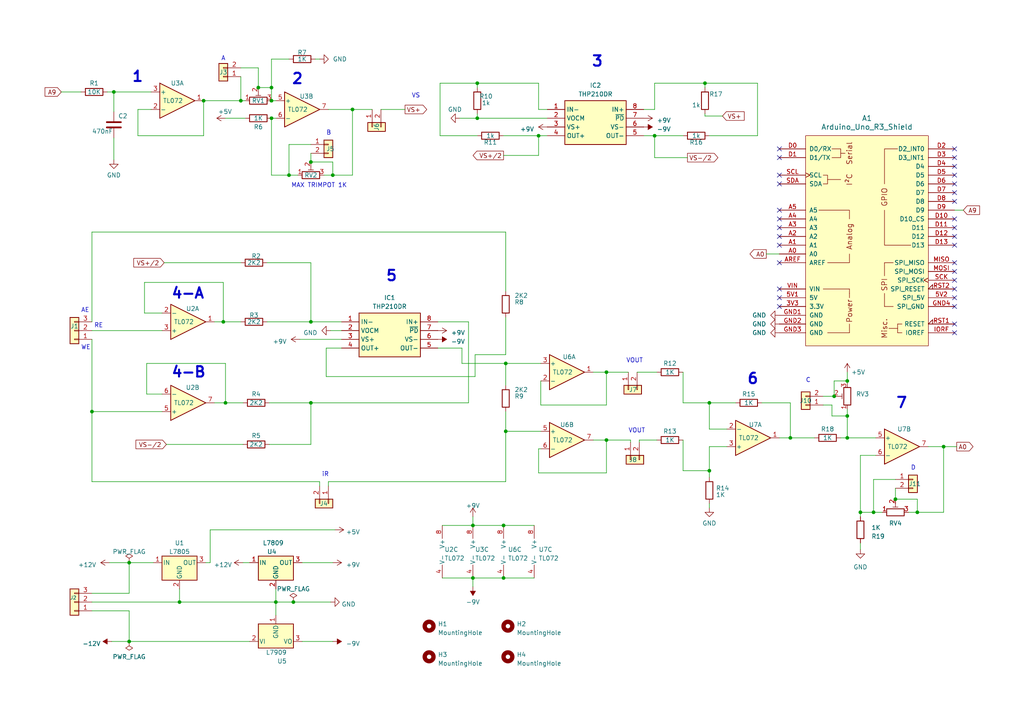
<source format=kicad_sch>
(kicad_sch (version 20230121) (generator eeschema)
  (paper "A4")
  (title_block (title "Potenciosato Fully Differential") (date "28/08/2023") (rev "Felipe A.S") (company "UFPel"))
  (lib_symbols
    (symbol "Amplifier_Operational:TL072" (pin_names (offset 0.127))
      (property "Reference" "U" (at 0 5.08 0))
      (property "Value" "TL072" (at 0 -5.08 0))
      (symbol "TL072_1_1"
        (polyline (pts (xy -5.08 5.08) (xy 5.08 0) (xy -5.08 -5.08) (xy -5.08 5.08)) (stroke (width 0.254)) (fill (type background)))
        (pin output line (at 7.62 0 180) (length 2.54) (name "~") (number "1"))
        (pin input line (at -7.62 -2.54 0) (length 2.54) (name "-") (number "2"))
        (pin input line (at -7.62 2.54 0) (length 2.54) (name "+") (number "3"))
      )
      (symbol "TL072_2_1"
        (polyline (pts (xy -5.08 5.08) (xy 5.08 0) (xy -5.08 -5.08) (xy -5.08 5.08)) (stroke (width 0.254)) (fill (type background)))
        (pin input line (at -7.62 2.54 0) (length 2.54) (name "+") (number "5"))
        (pin input line (at -7.62 -2.54 0) (length 2.54) (name "-") (number "6"))
        (pin output line (at 7.62 0 180) (length 2.54) (name "~") (number "7"))
      )
      (symbol "TL072_3_1"
        (pin power_in line (at -2.54 -7.62 90) (length 3.81) (name "V-") (number "4"))
        (pin power_in line (at -2.54 7.62 270) (length 3.81) (name "V+") (number "8"))
      )
    )
    (symbol "Connector_Generic:Conn_01x02" (pin_names (offset 1.016) hide)
      (property "Reference" "J" (at 0 2.54 0))
      (property "Value" "Conn_01x02" (at 0 -5.08 0))
      (symbol "Conn_01x02_1_1"
        (rectangle (start -1.27 -2.413) (end 0 -2.667) (stroke (width 0.1524)))
        (rectangle (start -1.27 0.127) (end 0 -0.127) (stroke (width 0.1524)))
        (rectangle (start -1.27 1.27) (end 1.27 -3.81) (stroke (width 0.254)) (fill (type background)))
        (pin passive line (at -5.08 0 0) (length 3.81) (name "Pin_1") (number "1"))
        (pin passive line (at -5.08 -2.54 0) (length 3.81) (name "Pin_2") (number "2"))
      )
    )
    (symbol "Connector_Generic:Conn_01x03" (pin_names (offset 1.016) hide)
      (property "Reference" "J" (at 0 5.08 0))
      (property "Value" "Conn_01x03" (at 0 -5.08 0))
      (symbol "Conn_01x03_1_1"
        (rectangle (start -1.27 -2.413) (end 0 -2.667) (stroke (width 0.1524)))
        (rectangle (start -1.27 0.127) (end 0 -0.127) (stroke (width 0.1524)))
        (rectangle (start -1.27 2.667) (end 0 2.413) (stroke (width 0.1524)))
        (rectangle (start -1.27 3.81) (end 1.27 -3.81) (stroke (width 0.254)) (fill (type background)))
        (pin passive line (at -5.08 2.54 0) (length 3.81) (name "Pin_1") (number "1"))
        (pin passive line (at -5.08 0 0) (length 3.81) (name "Pin_2") (number "2"))
        (pin passive line (at -5.08 -2.54 0) (length 3.81) (name "Pin_3") (number "3"))
      )
    )
    (symbol "Device:C" (pin_numbers hide) (pin_names (offset 0.254))
      (property "Reference" "C" (at 0.635 2.54 0))
      (property "Value" "C" (at 0.635 -2.54 0))
      (symbol "C_0_1"
        (polyline (pts (xy -2.032 -0.762) (xy 2.032 -0.762)) (stroke (width 0.508)))
        (polyline (pts (xy -2.032 0.762) (xy 2.032 0.762)) (stroke (width 0.508)))
      )
      (symbol "C_1_1"
        (pin passive line (at 0 3.81 270) (length 2.794) (name "~") (number "1"))
        (pin passive line (at 0 -3.81 90) (length 2.794) (name "~") (number "2"))
      )
    )
    (symbol "Device:R" (pin_numbers hide) (pin_names (offset 0))
      (property "Reference" "R" (at 2.032 0 90))
      (property "Value" "R" (at 0 0 90))
      (symbol "R_0_1"
        (rectangle (start -1.016 -2.54) (end 1.016 2.54) (stroke (width 0.254)))
      )
      (symbol "R_1_1"
        (pin passive line (at 0 3.81 270) (length 1.27) (name "~") (number "1"))
        (pin passive line (at 0 -3.81 90) (length 1.27) (name "~") (number "2"))
      )
    )
    (symbol "Device:R_Potentiometer_Trim" (pin_names (offset 1.016) hide)
      (property "Reference" "RV" (at -4.445 0 90))
      (property "Value" "R_Potentiometer_Trim" (at -2.54 0 90))
      (symbol "R_Potentiometer_Trim_0_1"
        (polyline (pts (xy 1.524 0.762) (xy 1.524 -0.762)))
        (polyline (pts (xy 2.54 0) (xy 1.524 0)))
        (rectangle (start 1.016 2.54) (end -1.016 -2.54) (stroke (width 0.254)))
      )
      (symbol "R_Potentiometer_Trim_1_1"
        (pin passive line (at 0 3.81 270) (length 1.27) (name "1") (number "1"))
        (pin passive line (at 3.81 0 180) (length 1.27) (name "2") (number "2"))
        (pin passive line (at 0 -3.81 90) (length 1.27) (name "3") (number "3"))
      )
    )
    (symbol "Mechanical:MountingHole" (pin_names (offset 1.016))
      (property "Reference" "H" (at 0 5.08 0))
      (property "Value" "MountingHole" (at 0 3.175 0))
      (symbol "MountingHole_0_1"
        (circle (center 0 0) (radius 1.27) (stroke (width 1.27)))
      )
    )
    (symbol "Regulator_Linear:L7805" (pin_names (offset 0.254))
      (property "Reference" "U" (at -3.81 3.175 0))
      (property "Value" "L7805" (at 0 3.175 0))
      (symbol "L7805_0_1"
        (rectangle (start -5.08 1.905) (end 5.08 -5.08) (stroke (width 0.254)) (fill (type background)))
      )
      (symbol "L7805_1_1"
        (pin power_in line (at -7.62 0 0) (length 2.54) (name "IN") (number "1"))
        (pin power_in line (at 0 -7.62 90) (length 2.54) (name "GND") (number "2"))
        (pin power_out line (at 7.62 0 180) (length 2.54) (name "OUT") (number "3"))
      )
    )
    (symbol "Regulator_Linear:L7905" (pin_names (offset 0.254))
      (property "Reference" "U" (at -3.81 -3.175 0))
      (property "Value" "L7905" (at 0 -3.175 0))
      (symbol "L7905_0_1"
        (rectangle (start -5.08 5.08) (end 5.08 -1.905) (stroke (width 0.254)) (fill (type background)))
      )
      (symbol "L7905_1_1"
        (pin power_in line (at 0 7.62 270) (length 2.54) (name "GND") (number "1"))
        (pin power_in line (at -7.62 0 0) (length 2.54) (name "VI") (number "2"))
        (pin power_out line (at 7.62 0 180) (length 2.54) (name "VO") (number "3"))
      )
    )
    (symbol "THP210DR:THP210DR"
      (property "Reference" "IC" (at 24.13 7.62 0))
      (property "Value" "THP210DR" (at 24.13 5.08 0))
      (symbol "THP210DR_1_1"
        (rectangle (start 5.08 2.54) (end 22.86 -10.16) (stroke (width 0.254)) (fill (type background)))
        (pin passive line (at 0 0 0) (length 5.08) (name "IN-") (number "1"))
        (pin passive line (at 0 -2.54 0) (length 5.08) (name "VOCM") (number "2"))
        (pin passive line (at 0 -5.08 0) (length 5.08) (name "VS+") (number "3"))
        (pin passive line (at 0 -7.62 0) (length 5.08) (name "OUT+") (number "4"))
        (pin passive line (at 27.94 -7.62 180) (length 5.08) (name "OUT-") (number "5"))
        (pin passive line (at 27.94 -5.08 180) (length 5.08) (name "VS-") (number "6"))
        (pin passive line (at 27.94 -2.54 180) (length 5.08) (name "~{PD}") (number "7"))
        (pin passive line (at 27.94 0 180) (length 5.08) (name "IN+") (number "8"))
      )
    )
    (symbol "arduino-library:Arduino_Uno_R3_Shield" (pin_names (offset 1.016))
      (property "Reference" "A" (at 0 36.83 0))
      (property "Value" "Arduino_Uno_R3_Shield" (at 0 33.02 0))
      (symbol "Arduino_Uno_R3_Shield_0_0"
        (rectangle (start -17.78 30.48) (end 17.78 -30.48) (fill (type background)))
        (rectangle (start -12.7 -13.97) (end -5.08 -13.97))
        (rectangle (start -11.43 -26.67) (end -5.08 -26.67))
        (polyline (pts (xy -11.43 17.78) (xy -7.62 17.78)))
        (polyline (pts (xy -7.62 25.4) (xy -6.35 25.4)))
        (polyline (pts (xy -5.08 -26.67) (xy -5.08 -24.13)))
        (polyline (pts (xy -5.08 -15.24) (xy -5.08 -16.51)))
        (polyline (pts (xy -5.08 -13.97) (xy -5.08 -15.24)))
        (polyline (pts (xy -5.08 -3.81) (xy -5.08 -6.35) (xy -11.43 -6.35)))
        (polyline (pts (xy -5.08 6.35) (xy -5.08 8.89) (xy -13.97 8.89)))
        (polyline (pts (xy 5.08 8.89) (xy 5.08 -1.27) (xy 12.7 -1.27)))
        (polyline (pts (xy 5.08 16.51) (xy 5.08 26.67) (xy 8.89 26.67)))
        (polyline (pts (xy -12.7 19.05) (xy -11.43 19.05) (xy -11.43 16.51) (xy -12.7 16.51)))
        (polyline (pts (xy -10.16 26.67) (xy -7.62 26.67) (xy -7.62 24.13) (xy -10.16 24.13)))
        (rectangle (start 5.08 -19.05) (end 5.08 -15.24))
        (rectangle (start 5.08 -19.05) (end 7.62 -19.05))
        (rectangle (start 5.08 -10.16) (end 5.08 -6.35))
        (rectangle (start 7.62 -6.35) (end 5.08 -6.35))
        (rectangle (start 8.89 -25.4) (end 6.35 -25.4))
        (rectangle (start 8.89 -24.13) (end 8.89 -26.67))
        (rectangle (start 10.16 -26.67) (end 8.89 -26.67))
        (rectangle (start 10.16 -24.13) (end 8.89 -24.13))
        (text "Analog" (at -5.08 1.27 900) (effects (font (size 1.524 1.524))))
        (text "I²C" (at -5.08 17.78 900) (effects (font (size 1.524 1.524))))
        (text "Misc." (at 5.08 -25.4 900) (effects (font (size 1.524 1.524))))
        (text "Power" (at -5.08 -20.32 900) (effects (font (size 1.524 1.524))))
        (text "Serial" (at -5.08 25.4 900) (effects (font (size 1.524 1.524))))
        (text "SPI" (at 5.08 -12.7 900) (effects (font (size 1.524 1.524))))
      )
      (symbol "Arduino_Uno_R3_Shield_1_0"
        (text "GPIO" (at 5.08 12.7 900) (effects (font (size 1.524 1.524))))
      )
      (symbol "Arduino_Uno_R3_Shield_1_1"
        (pin power_out line (at -25.4 -19.05 0) (length 7.62) (name "3.3V") (number "3V3"))
        (pin power_in line (at -25.4 -16.51 0) (length 7.62) (name "5V") (number "5V1"))
        (pin power_in line (at 25.4 -16.51 180) (length 7.62) (name "SPI_5V") (number "5V2"))
        (pin bidirectional line (at -25.4 -3.81 0) (length 7.62) (name "A0") (number "A0"))
        (pin bidirectional line (at -25.4 -1.27 0) (length 7.62) (name "A1") (number "A1"))
        (pin bidirectional line (at -25.4 1.27 0) (length 7.62) (name "A2") (number "A2"))
        (pin bidirectional line (at -25.4 3.81 0) (length 7.62) (name "A3") (number "A3"))
        (pin bidirectional line (at -25.4 6.35 0) (length 7.62) (name "A4") (number "A4"))
        (pin bidirectional line (at -25.4 8.89 0) (length 7.62) (name "A5") (number "A5"))
        (pin input line (at -25.4 -6.35 0) (length 7.62) (name "AREF") (number "AREF"))
        (pin bidirectional line (at -25.4 26.67 0) (length 7.62) (name "D0/RX") (number "D0"))
        (pin bidirectional line (at -25.4 24.13 0) (length 7.62) (name "D1/TX") (number "D1"))
        (pin bidirectional line (at 25.4 6.35 180) (length 7.62) (name "D10_CS") (number "D10"))
        (pin bidirectional line (at 25.4 3.81 180) (length 7.62) (name "D11") (number "D11"))
        (pin bidirectional line (at 25.4 1.27 180) (length 7.62) (name "D12") (number "D12"))
        (pin bidirectional line (at 25.4 -1.27 180) (length 7.62) (name "D13") (number "D13"))
        (pin bidirectional line (at 25.4 26.67 180) (length 7.62) (name "D2_INT0") (number "D2"))
        (pin bidirectional line (at 25.4 24.13 180) (length 7.62) (name "D3_INT1") (number "D3"))
        (pin bidirectional line (at 25.4 21.59 180) (length 7.62) (name "D4") (number "D4"))
        (pin bidirectional line (at 25.4 19.05 180) (length 7.62) (name "D5") (number "D5"))
        (pin bidirectional line (at 25.4 16.51 180) (length 7.62) (name "D6") (number "D6"))
        (pin bidirectional line (at 25.4 13.97 180) (length 7.62) (name "D7") (number "D7"))
        (pin bidirectional line (at 25.4 11.43 180) (length 7.62) (name "D8") (number "D8"))
        (pin bidirectional line (at 25.4 8.89 180) (length 7.62) (name "D9") (number "D9"))
        (pin power_in line (at -25.4 -21.59 0) (length 7.62) (name "GND") (number "GND1"))
        (pin power_in line (at -25.4 -24.13 0) (length 7.62) (name "GND") (number "GND2"))
        (pin power_in line (at -25.4 -26.67 0) (length 7.62) (name "GND") (number "GND3"))
        (pin power_in line (at 25.4 -19.05 180) (length 7.62) (name "SPI_GND") (number "GND4"))
        (pin output line (at 25.4 -26.67 180) (length 7.62) (name "IOREF") (number "IORF"))
        (pin input line (at 25.4 -6.35 180) (length 7.62) (name "SPI_MISO") (number "MISO"))
        (pin output line (at 25.4 -8.89 180) (length 7.62) (name "SPI_MOSI") (number "MOSI"))
        (pin open_collector input_low (at 25.4 -24.13 180) (length 7.62) (name "RESET") (number "RST1"))
        (pin open_collector input_low (at 25.4 -13.97 180) (length 7.62) (name "SPI_RESET") (number "RST2"))
        (pin output clock (at 25.4 -11.43 180) (length 7.62) (name "SPI_SCK") (number "SCK"))
        (pin bidirectional clock (at -25.4 19.05 0) (length 7.62) (name "SCL") (number "SCL"))
        (pin bidirectional line (at -25.4 16.51 0) (length 7.62) (name "SDA") (number "SDA"))
        (pin power_in line (at -25.4 -13.97 0) (length 7.62) (name "VIN") (number "VIN"))
      )
    )
    (symbol "power:+12V" (power) (pin_names (offset 0))
      (property "Value" "+12V" (at 0 3.556 0))
      (symbol "+12V_0_1"
        (polyline (pts (xy -0.762 1.27) (xy 0 2.54)))
        (polyline (pts (xy 0 0) (xy 0 2.54)))
        (polyline (pts (xy 0 2.54) (xy 0.762 1.27)))
      )
      (symbol "+12V_1_1"
        (pin power_in line (at 0 0 90) (length 0) hide (name "+12V") (number "1"))
      )
    )
    (symbol "power:+5V" (power) (pin_names (offset 0))
      (property "Value" "+5V" (at 0 3.556 0))
      (symbol "+5V_0_1"
        (polyline (pts (xy -0.762 1.27) (xy 0 2.54)))
        (polyline (pts (xy 0 0) (xy 0 2.54)))
        (polyline (pts (xy 0 2.54) (xy 0.762 1.27)))
      )
      (symbol "+5V_1_1"
        (pin power_in line (at 0 0 90) (length 0) hide (name "+5V") (number "1"))
      )
    )
    (symbol "power:+9V" (power) (pin_names (offset 0))
      (property "Value" "+9V" (at 0 3.556 0))
      (symbol "+9V_0_1"
        (polyline (pts (xy -0.762 1.27) (xy 0 2.54)))
        (polyline (pts (xy 0 0) (xy 0 2.54)))
        (polyline (pts (xy 0 2.54) (xy 0.762 1.27)))
      )
      (symbol "+9V_1_1"
        (pin power_in line (at 0 0 90) (length 0) hide (name "+9V") (number "1"))
      )
    )
    (symbol "power:-12V" (power) (pin_names (offset 0))
      (property "Value" "-12V" (at 0 3.81 0))
      (symbol "-12V_0_0"
        (pin power_in line (at 0 0 90) (length 0) hide (name "-12V") (number "1"))
      )
      (symbol "-12V_0_1"
        (polyline (pts (xy 0 0) (xy 0 1.27) (xy 0.762 1.27) (xy 0 2.54) (xy -0.762 1.27) (xy 0 1.27)) (fill (type outline)))
      )
    )
    (symbol "power:-9V" (power) (pin_names (offset 0))
      (property "Value" "-9V" (at 0 3.81 0))
      (symbol "-9V_0_1"
        (polyline (pts (xy 0 0) (xy 0 2.54)))
        (polyline (pts (xy 0.762 1.27) (xy -0.762 1.27) (xy 0 2.54) (xy 0.762 1.27)) (fill (type outline)))
      )
      (symbol "-9V_1_1"
        (pin power_in line (at 0 0 90) (length 0) hide (name "-9V") (number "1"))
      )
    )
    (symbol "power:GND" (power) (pin_names (offset 0))
      (property "Value" "GND" (at 0 -3.81 0))
      (symbol "GND_0_1"
        (polyline (pts (xy 0 0) (xy 0 -1.27) (xy 1.27 -1.27) (xy 0 -2.54) (xy -1.27 -1.27) (xy 0 -1.27)))
      )
      (symbol "GND_1_1"
        (pin power_in line (at 0 0 270) (length 0) hide (name "GND") (number "1"))
      )
    )
    (symbol "power:PWR_FLAG" (power) (pin_numbers hide) (pin_names (offset 0) hide)
      (property "Value" "PWR_FLAG" (at 0 3.81 0))
      (symbol "PWR_FLAG_0_0"
        (pin power_out line (at 0 0 90) (length 0) (name "pwr") (number "1"))
      )
      (symbol "PWR_FLAG_0_1"
        (polyline (pts (xy 0 0) (xy 0 1.27) (xy -1.016 1.905) (xy 0 2.54) (xy 1.016 1.905) (xy 0 1.27)))
      )
    )
  )
  (junction (at 146.05 152.4))
  (junction (at 37.465 163.195))
  (junction (at 146.685 125.095))
  (junction (at 205.74 136.525))
  (junction (at 245.745 110.49))
  (junction (at 83.82 50.8))
  (junction (at 59.055 29.21))
  (junction (at 33.02 26.67))
  (junction (at 138.43 24.13))
  (junction (at 78.74 25.4))
  (junction (at 65.405 116.84))
  (junction (at 78.74 34.29))
  (junction (at 156.21 39.37))
  (junction (at 241.935 114.935))
  (junction (at 204.47 24.13))
  (junction (at 266.065 148.59))
  (junction (at 253.365 148.59))
  (junction (at 85.09 174.625))
  (junction (at 245.745 127))
  (junction (at 78.74 29.21))
  (junction (at 273.685 129.54))
  (junction (at 37.465 186.055))
  (junction (at 146.685 105.41))
  (junction (at 74.93 25.4))
  (junction (at 249.555 148.59))
  (junction (at 175.895 107.95))
  (junction (at 138.43 34.29))
  (junction (at 96.52 50.8))
  (junction (at 189.865 39.37))
  (junction (at 26.67 119.38))
  (junction (at 137.16 152.4))
  (junction (at 146.05 167.64))
  (junction (at 90.17 93.345))
  (junction (at 52.07 174.625))
  (junction (at 229.235 127))
  (junction (at 175.895 127.635))
  (junction (at 90.17 116.84))
  (junction (at 64.77 93.345))
  (junction (at 69.85 29.21))
  (junction (at 80.01 174.625))
  (junction (at 245.745 120.65))
  (junction (at 205.74 116.84))
  (junction (at 137.16 167.64))
  (junction (at 90.17 46.99))
  (junction (at 102.235 31.75))
  (junction (at 259.715 144.78))
  (no_connect (at 226.06 88.9))
  (no_connect (at 276.86 88.9))
  (no_connect (at 226.06 68.58))
  (no_connect (at 276.86 53.34))
  (no_connect (at 226.06 86.36))
  (no_connect (at 226.06 53.34))
  (no_connect (at 226.06 76.2))
  (no_connect (at 276.86 55.88))
  (no_connect (at 276.86 63.5))
  (no_connect (at 276.86 50.8))
  (no_connect (at 226.06 83.82))
  (no_connect (at 276.86 48.26))
  (no_connect (at 276.86 83.82))
  (no_connect (at 276.86 71.12))
  (no_connect (at 226.06 50.8))
  (no_connect (at 276.86 58.42))
  (no_connect (at 226.06 66.04))
  (no_connect (at 276.86 96.52))
  (no_connect (at 276.86 86.36))
  (no_connect (at 226.06 45.72))
  (no_connect (at 276.86 76.2))
  (no_connect (at 276.86 93.98))
  (no_connect (at 276.86 78.74))
  (no_connect (at 226.06 60.96))
  (no_connect (at 226.06 43.18))
  (no_connect (at 226.06 71.12))
  (no_connect (at 276.86 43.18))
  (no_connect (at 276.86 45.72))
  (no_connect (at 276.86 68.58))
  (no_connect (at 276.86 66.04))
  (no_connect (at 226.06 63.5))
  (no_connect (at 276.86 81.28))
  (wire (pts (xy 26.67 172.085) (xy 37.465 172.085)))
  (wire (pts (xy 37.465 186.055) (xy 72.39 186.055)))
  (wire (pts (xy 172.085 107.95) (xy 175.895 107.95)))
  (wire (pts (xy 205.74 116.84) (xy 205.74 124.46)))
  (wire (pts (xy 220.98 116.84) (xy 229.235 116.84)))
  (wire (pts (xy 87.63 186.055) (xy 96.52 186.055)))
  (wire (pts (xy 59.69 163.195) (xy 60.96 163.195)))
  (wire (pts (xy 249.555 149.86) (xy 249.555 148.59)))
  (wire (pts (xy 80.01 174.625) (xy 85.09 174.625)))
  (wire (pts (xy 83.82 41.91) (xy 83.82 50.8)))
  (wire (pts (xy 277.495 129.54) (xy 273.685 129.54)))
  (wire (pts (xy 80.01 178.435) (xy 80.01 174.625)))
  (wire (pts (xy 69.85 29.21) (xy 71.12 29.21)))
  (wire (pts (xy 156.21 24.13) (xy 156.21 31.75)))
  (wire (pts (xy 65.405 105.41) (xy 65.405 116.84)))
  (wire (pts (xy 78.105 128.905) (xy 90.17 128.905)))
  (wire (pts (xy 110.49 31.75) (xy 117.475 31.75)))
  (wire (pts (xy 26.67 119.38) (xy 26.67 139.7)))
  (wire (pts (xy 198.12 39.37) (xy 189.865 39.37)))
  (wire (pts (xy 189.865 39.37) (xy 186.69 39.37)))
  (wire (pts (xy 26.67 98.425) (xy 26.67 119.38)))
  (wire (pts (xy 245.745 120.65) (xy 245.745 127)))
  (wire (pts (xy 146.05 45.085) (xy 156.21 45.085)))
  (wire (pts (xy 185.42 127.635) (xy 190.5 127.635)))
  (wire (pts (xy 93.98 50.8) (xy 96.52 50.8)))
  (wire (pts (xy 245.745 107.95) (xy 245.745 110.49)))
  (wire (pts (xy 146.685 105.41) (xy 146.685 111.76)))
  (wire (pts (xy 175.895 107.95) (xy 175.895 117.475)))
  (wire (pts (xy 156.21 39.37) (xy 158.75 39.37)))
  (wire (pts (xy 86.995 98.425) (xy 99.06 98.425)))
  (wire (pts (xy 127.635 39.37) (xy 138.43 39.37)))
  (wire (pts (xy 253.365 148.59) (xy 255.905 148.59)))
  (wire (pts (xy 146.685 119.38) (xy 146.685 125.095)))
  (wire (pts (xy 199.39 45.72) (xy 189.865 45.72)))
  (wire (pts (xy 48.26 128.905) (xy 70.485 128.905)))
  (wire (pts (xy 52.07 170.815) (xy 52.07 174.625)))
  (wire (pts (xy 96.52 46.99) (xy 96.52 50.8)))
  (wire (pts (xy 91.44 17.145) (xy 92.71 17.145)))
  (wire (pts (xy 241.935 110.49) (xy 245.745 110.49)))
  (wire (pts (xy 40.005 31.75) (xy 40.005 39.37)))
  (wire (pts (xy 69.85 22.225) (xy 69.85 29.21)))
  (wire (pts (xy 198.12 136.525) (xy 205.74 136.525)))
  (wire (pts (xy 138.43 25.4) (xy 138.43 24.13)))
  (wire (pts (xy 186.69 31.75) (xy 189.865 31.75)))
  (wire (pts (xy 65.405 34.29) (xy 71.12 34.29)))
  (wire (pts (xy 127 100.965) (xy 133.985 100.965)))
  (wire (pts (xy 96.52 50.8) (xy 102.235 50.8)))
  (wire (pts (xy 184.785 107.95) (xy 190.5 107.95)))
  (wire (pts (xy 253.365 139.065) (xy 253.365 148.59)))
  (wire (pts (xy 205.74 136.525) (xy 205.74 138.43)))
  (wire (pts (xy 146.685 105.41) (xy 156.845 105.41)))
  (wire (pts (xy 259.715 139.065) (xy 253.365 139.065)))
  (wire (pts (xy 90.17 41.91) (xy 83.82 41.91)))
  (wire (pts (xy 90.17 116.84) (xy 90.17 128.905)))
  (wire (pts (xy 146.685 67.31) (xy 26.67 67.31)))
  (wire (pts (xy 273.685 129.54) (xy 273.685 148.59)))
  (wire (pts (xy 97.155 153.67) (xy 60.96 153.67)))
  (wire (pts (xy 90.17 46.99) (xy 96.52 46.99)))
  (wire (pts (xy 90.17 76.2) (xy 77.47 76.2)))
  (wire (pts (xy 26.67 177.165) (xy 37.465 177.165)))
  (wire (pts (xy 146.05 152.4) (xy 154.94 152.4)))
  (wire (pts (xy 204.47 33.655) (xy 204.47 33.02)))
  (wire (pts (xy 146.05 39.37) (xy 156.21 39.37)))
  (wire (pts (xy 78.74 17.145) (xy 78.74 25.4)))
  (wire (pts (xy 92.71 139.7) (xy 26.67 139.7)))
  (wire (pts (xy 205.74 124.46) (xy 210.82 124.46)))
  (wire (pts (xy 189.865 45.72) (xy 189.865 39.37)))
  (wire (pts (xy 26.67 95.885) (xy 46.99 95.885)))
  (wire (pts (xy 245.745 118.745) (xy 245.745 120.65)))
  (wire (pts (xy 238.76 114.935) (xy 241.935 114.935)))
  (wire (pts (xy 226.06 127) (xy 229.235 127)))
  (wire (pts (xy 40.005 39.37) (xy 59.055 39.37)))
  (wire (pts (xy 127.635 24.13) (xy 127.635 39.37)))
  (wire (pts (xy 175.895 127.635) (xy 175.895 137.16)))
  (wire (pts (xy 60.96 153.67) (xy 60.96 163.195)))
  (wire (pts (xy 249.555 132.08) (xy 254 132.08)))
  (wire (pts (xy 37.465 177.165) (xy 37.465 186.055)))
  (wire (pts (xy 137.795 109.22) (xy 137.795 102.87)))
  (wire (pts (xy 31.75 163.195) (xy 37.465 163.195)))
  (wire (pts (xy 78.105 116.84) (xy 90.17 116.84)))
  (wire (pts (xy 137.16 170.18) (xy 137.16 167.64)))
  (wire (pts (xy 42.545 114.3) (xy 42.545 105.41)))
  (wire (pts (xy 245.745 110.49) (xy 245.745 111.125)))
  (wire (pts (xy 259.715 141.605) (xy 259.715 144.78)))
  (wire (pts (xy 137.16 167.64) (xy 146.05 167.64)))
  (wire (pts (xy 33.02 26.67) (xy 43.815 26.67)))
  (wire (pts (xy 64.77 93.345) (xy 69.85 93.345)))
  (wire (pts (xy 229.235 116.84) (xy 229.235 127)))
  (wire (pts (xy 138.43 34.29) (xy 158.75 34.29)))
  (wire (pts (xy 102.235 31.75) (xy 102.235 50.8)))
  (wire (pts (xy 95.885 95.885) (xy 99.06 95.885)))
  (wire (pts (xy 249.555 159.385) (xy 249.555 157.48)))
  (wire (pts (xy 241.935 114.935) (xy 241.935 110.49)))
  (wire (pts (xy 52.07 174.625) (xy 80.01 174.625)))
  (wire (pts (xy 127 93.345) (xy 135.89 93.345)))
  (wire (pts (xy 135.89 116.84) (xy 90.17 116.84)))
  (wire (pts (xy 266.065 148.59) (xy 273.685 148.59)))
  (wire (pts (xy 156.21 31.75) (xy 158.75 31.75)))
  (wire (pts (xy 133.985 105.41) (xy 146.685 105.41)))
  (wire (pts (xy 17.78 26.67) (xy 23.495 26.67)))
  (wire (pts (xy 135.89 93.345) (xy 135.89 116.84)))
  (wire (pts (xy 69.85 19.685) (xy 74.93 19.685)))
  (wire (pts (xy 80.01 174.625) (xy 80.01 170.815)))
  (wire (pts (xy 205.74 129.54) (xy 205.74 136.525)))
  (wire (pts (xy 156.845 117.475) (xy 175.895 117.475)))
  (wire (pts (xy 59.055 29.21) (xy 59.055 39.37)))
  (wire (pts (xy 146.685 92.075) (xy 146.685 102.87)))
  (wire (pts (xy 41.91 90.805) (xy 46.99 90.805)))
  (wire (pts (xy 83.82 50.8) (xy 78.74 50.8)))
  (wire (pts (xy 146.685 139.7) (xy 95.25 139.7)))
  (wire (pts (xy 138.43 24.13) (xy 127.635 24.13)))
  (wire (pts (xy 204.47 33.655) (xy 209.55 33.655)))
  (wire (pts (xy 94.615 109.22) (xy 137.795 109.22)))
  (wire (pts (xy 47.625 76.2) (xy 69.85 76.2)))
  (wire (pts (xy 133.35 34.29) (xy 138.43 34.29)))
  (wire (pts (xy 238.76 117.475) (xy 241.3 117.475)))
  (wire (pts (xy 41.91 81.915) (xy 64.77 81.915)))
  (wire (pts (xy 138.43 33.02) (xy 138.43 34.29)))
  (wire (pts (xy 33.02 46.355) (xy 33.02 40.005)))
  (wire (pts (xy 86.36 50.8) (xy 83.82 50.8)))
  (wire (pts (xy 243.84 127) (xy 245.745 127)))
  (wire (pts (xy 245.745 127) (xy 254 127)))
  (wire (pts (xy 156.21 137.16) (xy 156.21 130.175)))
  (wire (pts (xy 90.17 93.345) (xy 99.06 93.345)))
  (wire (pts (xy 74.93 25.4) (xy 78.74 25.4)))
  (wire (pts (xy 78.74 29.21) (xy 80.01 29.21)))
  (wire (pts (xy 189.865 24.13) (xy 204.47 24.13)))
  (wire (pts (xy 43.815 31.75) (xy 40.005 31.75)))
  (wire (pts (xy 263.525 148.59) (xy 266.065 148.59)))
  (wire (pts (xy 90.17 76.2) (xy 90.17 93.345)))
  (wire (pts (xy 64.77 81.915) (xy 64.77 93.345)))
  (wire (pts (xy 259.715 144.78) (xy 266.065 144.78)))
  (wire (pts (xy 241.3 117.475) (xy 241.3 120.65)))
  (wire (pts (xy 249.555 132.08) (xy 249.555 148.59)))
  (wire (pts (xy 26.67 67.31) (xy 26.67 93.345)))
  (wire (pts (xy 78.74 34.29) (xy 80.01 34.29)))
  (wire (pts (xy 102.235 31.75) (xy 107.95 31.75)))
  (wire (pts (xy 229.235 127) (xy 236.22 127)))
  (wire (pts (xy 182.245 107.95) (xy 175.895 107.95)))
  (wire (pts (xy 185.42 127.635) (xy 185.42 128.27)))
  (wire (pts (xy 146.685 67.31) (xy 146.685 84.455)))
  (wire (pts (xy 94.615 100.965) (xy 99.06 100.965)))
  (wire (pts (xy 146.05 167.64) (xy 154.94 167.64)))
  (wire (pts (xy 133.985 100.965) (xy 133.985 105.41)))
  (wire (pts (xy 87.63 163.195) (xy 96.52 163.195)))
  (wire (pts (xy 266.065 144.78) (xy 266.065 148.59)))
  (wire (pts (xy 95.25 139.7) (xy 95.25 140.97)))
  (wire (pts (xy 42.545 105.41) (xy 65.405 105.41)))
  (wire (pts (xy 198.12 116.84) (xy 205.74 116.84)))
  (wire (pts (xy 95.25 31.75) (xy 102.235 31.75)))
  (wire (pts (xy 156.21 45.085) (xy 156.21 39.37)))
  (wire (pts (xy 156.21 137.16) (xy 175.895 137.16)))
  (wire (pts (xy 137.795 102.87) (xy 146.685 102.87)))
  (wire (pts (xy 33.02 32.385) (xy 33.02 26.67)))
  (wire (pts (xy 198.12 136.525) (xy 198.12 127.635)))
  (wire (pts (xy 156.21 130.175) (xy 156.845 130.175)))
  (wire (pts (xy 137.16 152.4) (xy 146.05 152.4)))
  (wire (pts (xy 205.74 116.84) (xy 213.36 116.84)))
  (wire (pts (xy 204.47 24.13) (xy 219.71 24.13)))
  (wire (pts (xy 42.545 114.3) (xy 46.99 114.3)))
  (wire (pts (xy 205.74 147.32) (xy 205.74 146.05)))
  (wire (pts (xy 78.74 34.29) (xy 78.74 50.8)))
  (wire (pts (xy 198.12 116.84) (xy 198.12 107.95)))
  (wire (pts (xy 70.485 163.195) (xy 72.39 163.195)))
  (wire (pts (xy 172.085 127.635) (xy 175.895 127.635)))
  (wire (pts (xy 92.71 140.97) (xy 92.71 139.7)))
  (wire (pts (xy 222.25 73.66) (xy 226.06 73.66)))
  (wire (pts (xy 175.895 127.635) (xy 182.88 127.635)))
  (wire (pts (xy 62.23 93.345) (xy 64.77 93.345)))
  (wire (pts (xy 156.845 110.49) (xy 156.845 117.475)))
  (wire (pts (xy 137.16 149.86) (xy 137.16 152.4)))
  (wire (pts (xy 90.17 44.45) (xy 90.17 46.99)))
  (wire (pts (xy 128.27 167.64) (xy 137.16 167.64)))
  (wire (pts (xy 241.3 120.65) (xy 245.745 120.65)))
  (wire (pts (xy 146.685 125.095) (xy 146.685 139.7)))
  (wire (pts (xy 189.865 31.75) (xy 189.865 24.13)))
  (wire (pts (xy 74.93 19.685) (xy 74.93 25.4)))
  (wire (pts (xy 276.86 60.96) (xy 279.4 60.96)))
  (wire (pts (xy 37.465 163.195) (xy 44.45 163.195)))
  (wire (pts (xy 182.88 127.635) (xy 182.88 128.27)))
  (wire (pts (xy 26.67 174.625) (xy 52.07 174.625)))
  (wire (pts (xy 31.115 26.67) (xy 33.02 26.67)))
  (wire (pts (xy 219.71 39.37) (xy 205.74 39.37)))
  (wire (pts (xy 65.405 116.84) (xy 70.485 116.84)))
  (wire (pts (xy 146.685 125.095) (xy 156.845 125.095)))
  (wire (pts (xy 85.09 174.625) (xy 95.885 174.625)))
  (wire (pts (xy 249.555 148.59) (xy 253.365 148.59)))
  (wire (pts (xy 77.47 93.345) (xy 90.17 93.345)))
  (wire (pts (xy 94.615 100.965) (xy 94.615 109.22)))
  (wire (pts (xy 78.74 17.145) (xy 83.82 17.145)))
  (wire (pts (xy 219.71 24.13) (xy 219.71 39.37)))
  (wire (pts (xy 32.385 186.055) (xy 37.465 186.055)))
  (wire (pts (xy 59.055 29.21) (xy 69.85 29.21)))
  (wire (pts (xy 78.74 25.4) (xy 78.74 29.21)))
  (wire (pts (xy 205.74 129.54) (xy 210.82 129.54)))
  (wire (pts (xy 204.47 25.4) (xy 204.47 24.13)))
  (wire (pts (xy 41.91 90.805) (xy 41.91 81.915)))
  (wire (pts (xy 26.67 119.38) (xy 46.99 119.38)))
  (wire (pts (xy 37.465 172.085) (xy 37.465 163.195)))
  (wire (pts (xy 128.27 152.4) (xy 137.16 152.4)))
  (wire (pts (xy 62.23 116.84) (xy 65.405 116.84)))
  (wire (pts (xy 156.21 24.13) (xy 138.43 24.13)))
  (wire (pts (xy 269.24 129.54) (xy 273.685 129.54)))
  (text "6\n" (at 216.535 111.76 0) (effects (font (size 3 3) (thickness 0.6) bold) (justify left bottom)))
  (text "WE" (at 23.495 101.6 0) (effects (font (size 1.27 1.27)) (justify left bottom)))
  (text "VOUT\n" (at 181.61 105.41 0) (effects (font (size 1.27 1.27)) (justify left bottom)))
  (text "1" (at 38.1 24.13 0) (effects (font (size 3 3) (thickness 0.6) bold) (justify left bottom)))
  (text "VS" (at 119.38 28.575 0) (effects (font (size 1.27 1.27)) (justify left bottom)))
  (text "D" (at 264.16 136.525 0) (effects (font (size 1.27 1.27)) (justify left bottom)))
  (text "4-B\n" (at 49.53 109.855 0) (effects (font (size 3 3) (thickness 0.6) bold) (justify left bottom)))
  (text "5\n" (at 111.76 81.915 0) (effects (font (size 3 3) (thickness 0.6) bold) (justify left bottom)))
  (text "3" (at 171.45 19.685 0) (effects (font (size 3 3) (thickness 0.6) bold) (justify left bottom)))
  (text "VOUT\n" (at 182.245 125.73 0) (effects (font (size 1.27 1.27)) (justify left bottom)))
  (text "4-A\n" (at 49.53 86.995 0) (effects (font (size 3 3) (thickness 0.6) bold) (justify left bottom)))
  (text "MAX TRIMPOT 1K" (at 84.455 54.61 0) (effects (font (size 1.27 1.27)) (justify left bottom)))
  (text "A" (at 64.135 17.78 0) (effects (font (size 1.27 1.27)) (justify left bottom)))
  (text "C" (at 233.68 111.125 0) (effects (font (size 1.27 1.27)) (justify left bottom)))
  (text "2" (at 84.455 24.765 0) (effects (font (size 3 3) (thickness 0.6) bold) (justify left bottom)))
  (text "RE" (at 27.305 95.25 0) (effects (font (size 1.27 1.27)) (justify left bottom)))
  (text "AE" (at 23.495 90.805 0) (effects (font (size 1.27 1.27)) (justify left bottom)))
  (text "7\n" (at 259.715 118.745 0) (effects (font (size 3 3) (thickness 0.6) bold) (justify left bottom)))
  (text "iR" (at 93.345 138.43 0) (effects (font (size 1.27 1.27)) (justify left bottom)))
  (text "B" (at 94.615 39.37 0) (effects (font (size 1.27 1.27)) (justify left bottom)))
  (global_label "VS+{slash}2" (shape output) (at 146.05 45.085 180) (property "Intersheetrefs" "${INTERSHEET_REFS}" (effects hide)))
  (global_label "A0" (shape output) (at 222.25 73.66 180) (property "Intersheetrefs" "${INTERSHEET_REFS}" (effects hide)))
  (global_label "A9" (shape input) (at 17.78 26.67 180) (property "Intersheetrefs" "${INTERSHEET_REFS}" (effects hide)))
  (global_label "A9" (shape input) (at 279.4 60.96 0) (property "Intersheetrefs" "${INTERSHEET_REFS}" (effects hide)))
  (global_label "VS-{slash}2" (shape input) (at 48.26 128.905 180) (property "Intersheetrefs" "${INTERSHEET_REFS}" (effects hide)))
  (global_label "VS+{slash}2" (shape input) (at 47.625 76.2 180) (property "Intersheetrefs" "${INTERSHEET_REFS}" (effects hide)))
  (global_label "VS-{slash}2" (shape output) (at 199.39 45.72 0) (property "Intersheetrefs" "${INTERSHEET_REFS}" (effects hide)))
  (global_label "VS+" (shape input) (at 209.55 33.655 0) (property "Intersheetrefs" "${INTERSHEET_REFS}" (effects hide)))
  (global_label "A0" (shape output) (at 277.495 129.54 0) (property "Intersheetrefs" "${INTERSHEET_REFS}" (effects hide)))
  (global_label "VS+" (shape output) (at 117.475 31.75 0) (property "Intersheetrefs" "${INTERSHEET_REFS}" (effects hide)))
  (symbol (lib_id "Mechanical:MountingHole") (at 124.46 190.5 0) (unit 1)
    (property "Reference" "H3" (at 127 189.865 0) (effects (justify left)))
    (property "Value" "MountingHole" (at 127 192.405 0) (effects (justify left)))
    (property "Footprint" "MountingHole:MountingHole_3mm_Pad" (effects hide))
  )
  (symbol (lib_id "Connector_Generic:Conn_01x02") (at 182.88 133.35 90) (mirror x) (unit 1)
    (property "Reference" "J8" (at 184.785 133.35 90) (effects (justify left)))
    (property "Value" "Conn_01x02" (effects hide))
    (property "Footprint" "Connector_PinHeader_2.54mm:PinHeader_1x02_P2.54mm_Vertical" (effects hide))
  )
  (symbol (lib_id "Device:R") (at 205.74 142.24 0) (unit 1)
    (property "Reference" "R14" (at 207.645 141.605 0) (effects (justify left)))
    (property "Value" "1K" (at 207.645 143.51 0) (effects (justify left)))
    (property "Footprint" "Resistor_SMD:R_0805_2012Metric_Pad1.20x1.40mm_HandSolder" (effects hide))
  )
  (symbol (lib_id "Connector_Generic:Conn_01x03") (at 21.59 95.885 180) (unit 1)
    (property "Reference" "J1" (at 21.59 94.615 0))
    (property "Value" "Conn_01x03" (effects hide))
    (property "Footprint" "Connector_PinSocket_2.54mm:PinSocket_1x03_P2.54mm_Vertical" (effects hide))
  )
  (symbol (lib_id "Amplifier_Operational:TL072") (at 261.62 129.54 0) (unit 2)
    (property "Reference" "U7" (at 262.255 124.46 0))
    (property "Value" "TL072" (at 260.35 129.54 0))
    (property "Footprint" "Package_DIP:DIP-8_W7.62mm_Socket_LongPads" (effects hide))
    (property "Datasheet" "http://www.ti.com/lit/ds/symlink/tl071.pdf" (effects hide))
  )
  (symbol (lib_id "power:GND") (at 205.74 147.32 0) (unit 1)
    (property "Reference" "#PWR019" (effects hide))
    (property "Value" "GND" (at 205.74 151.765 0))
  )
  (symbol (lib_id "Regulator_Linear:L7805") (at 52.07 163.195 0) (unit 1)
    (property "Reference" "U1" (at 52.07 157.48 0))
    (property "Value" "L7805" (at 52.07 160.02 0))
    (property "Footprint" "L7805CV:TO255P460X1020X2008-3P" (effects hide))
    (property "Datasheet" "http://www.st.com/content/ccc/resource/technical/document/datasheet/41/4f/b3/b0/12/d4/47/88/CD00000444.pdf/files/CD00000444.pdf/jcr:content/translations/en.CD00000444.pdf" (effects hide))
  )
  (symbol (lib_id "Connector_Generic:Conn_01x02") (at 233.68 117.475 180) (unit 1)
    (property "Reference" "J10" (at 233.68 116.205 0))
    (property "Value" "Conn_01x02" (effects hide))
    (property "Footprint" "Connector_PinHeader_2.54mm:PinHeader_1x02_P2.54mm_Vertical" (effects hide))
  )
  (symbol (lib_id "power:+5V") (at 245.745 107.95 0) (unit 1)
    (property "Reference" "#PWR022" (effects hide))
    (property "Value" "+5V" (at 248.92 107.95 0))
  )
  (symbol (lib_id "Amplifier_Operational:TL072") (at 148.59 160.02 0) (unit 3)
    (property "Reference" "U6" (at 147.32 159.385 0) (effects (justify left)))
    (property "Value" "TL072" (at 147.32 161.925 0) (effects (justify left)))
    (property "Footprint" "Package_DIP:DIP-8_W7.62mm_Socket_LongPads" (effects hide))
    (property "Datasheet" "http://www.ti.com/lit/ds/symlink/tl071.pdf" (effects hide))
  )
  (symbol (lib_id "Amplifier_Operational:TL072") (at 157.48 160.02 0) (unit 3)
    (property "Reference" "U7" (at 156.21 159.385 0) (effects (justify left)))
    (property "Value" "TL072" (at 156.21 161.925 0) (effects (justify left)))
    (property "Footprint" "Package_DIP:DIP-8_W7.62mm_Socket_LongPads" (effects hide))
    (property "Datasheet" "http://www.ti.com/lit/ds/symlink/tl071.pdf" (effects hide))
  )
  (symbol (lib_id "power:GND") (at 133.35 34.29 270) (unit 1)
    (property "Reference" "#PWR017" (effects hide))
    (property "Value" "GND" (at 133.985 31.75 90) (effects (justify right)))
  )
  (symbol (lib_id "power:-9V") (at 137.16 170.18 180) (unit 1)
    (property "Reference" "#PWR016" (effects hide))
    (property "Value" "-9V" (at 137.16 174.625 0))
  )
  (symbol (lib_id "Device:R_Potentiometer_Trim") (at 90.17 50.8 90) (unit 1)
    (property "Reference" "RV2" (at 90.17 50.8 90))
    (property "Value" "R_Potentiometer_Trim" (effects hide))
    (property "Footprint" "Potentiometer_THT:Potentiometer_Bourns_3296W_Vertical" (effects hide))
  )
  (symbol (lib_id "Connector_Generic:Conn_01x02") (at 264.795 139.065 0) (unit 1)
    (property "Reference" "J11" (at 263.525 140.335 0) (effects (justify left)))
    (property "Value" "Conn_01x02" (effects hide))
    (property "Footprint" "Connector_PinHeader_2.54mm:PinHeader_1x02_P2.54mm_Vertical" (effects hide))
  )
  (symbol (lib_id "power:+5V") (at 97.155 153.67 270) (unit 1)
    (property "Reference" "#PWR011" (effects hide))
    (property "Value" "+5V" (at 100.33 154.305 90) (effects (justify left)))
  )
  (symbol (lib_id "power:+9V") (at 137.16 149.86 0) (unit 1)
    (property "Reference" "#PWR015" (effects hide))
    (property "Value" "+9V" (at 137.16 146.685 0))
  )
  (symbol (lib_id "Connector_Generic:Conn_01x02") (at 95.25 146.05 270) (unit 1)
    (property "Reference" "J4" (at 92.71 146.05 90) (effects (justify left)))
    (property "Value" "Conn_01x02" (effects hide))
    (property "Footprint" "Connector_PinHeader_2.54mm:PinHeader_1x02_P2.54mm_Vertical" (effects hide))
  )
  (symbol (lib_id "power:+9V") (at 186.69 34.29 270) (unit 1)
    (property "Reference" "#PWR020" (effects hide))
    (property "Value" "+9V" (at 190.5 34.925 90) (effects (justify left)))
  )
  (symbol (lib_id "Device:R") (at 194.31 127.635 270) (unit 1)
    (property "Reference" "R13" (at 194.31 125.095 90))
    (property "Value" "1K" (at 194.31 127.635 90))
    (property "Footprint" "Resistor_SMD:R_0805_2012Metric_Pad1.20x1.40mm_HandSolder" (effects hide))
  )
  (symbol (lib_id "Device:R") (at 142.24 39.37 90) (unit 1)
    (property "Reference" "R11" (at 142.24 41.275 90))
    (property "Value" "1k" (at 142.24 39.37 90))
    (property "Footprint" "Resistor_SMD:R_0805_2012Metric_Pad1.20x1.40mm_HandSolder" (effects hide))
  )
  (symbol (lib_id "power:+12V") (at 70.485 163.195 90) (unit 1)
    (property "Reference" "#PWR04" (effects hide))
    (property "Value" "+12V" (at 67.31 163.83 90) (effects (justify left)))
  )
  (symbol (lib_id "Connector_Generic:Conn_01x03") (at 21.59 174.625 180) (unit 1)
    (property "Reference" "J2" (at 20.32 173.355 0) (effects (font (size 1 1)) (justify right)))
    (property "Value" "Conn_01x03" (effects hide))
    (property "Footprint" "Connector_Stocko:Stocko_MKS_1653-6-0-303_1x3_P2.50mm_Vertical" (effects hide))
  )
  (symbol (lib_id "power:GND") (at 226.06 91.44 270) (unit 1)
    (property "Reference" "#PWR026" (effects hide))
    (property "Value" "GND" (at 222.25 91.44 90) (effects (justify right)))
  )
  (symbol (lib_id "Regulator_Linear:L7805") (at 80.01 163.195 0) (unit 1)
    (property "Reference" "U4" (at 77.47 160.02 0) (effects (justify left)))
    (property "Value" "L7809" (at 76.2 157.48 0) (effects (justify left)))
    (property "Footprint" "L7805CV:TO255P460X1020X2008-3P" (effects hide))
    (property "Datasheet" "http://www.st.com/content/ccc/resource/technical/document/datasheet/41/4f/b3/b0/12/d4/47/88/CD00000444.pdf/files/CD00000444.pdf/jcr:content/translations/en.CD00000444.pdf" (effects hide))
  )
  (symbol (lib_id "power:-9V") (at 127 98.425 270) (unit 1)
    (property "Reference" "#PWR014" (effects hide))
    (property "Value" "-9V" (at 130.81 99.06 90) (effects (justify left)))
  )
  (symbol (lib_id "Device:R") (at 249.555 153.67 0) (unit 1)
    (property "Reference" "R19" (at 252.73 155.575 0) (effects (justify left)))
    (property "Value" "1K" (at 252.73 153.035 0) (effects (justify left)))
    (property "Footprint" "Resistor_SMD:R_0805_2012Metric_Pad1.20x1.40mm_HandSolder" (effects hide))
  )
  (symbol (lib_id "Amplifier_Operational:TL072") (at 51.435 29.21 0) (unit 1)
    (property "Reference" "U3" (at 51.435 24.13 0))
    (property "Value" "TL072" (at 50.165 29.21 0))
    (property "Footprint" "Package_DIP:DIP-8_W7.62mm_Socket_LongPads" (effects hide))
    (property "Datasheet" "http://www.ti.com/lit/ds/symlink/tl071.pdf" (effects hide))
  )
  (symbol (lib_id "power:+9V") (at 158.75 36.83 90) (unit 1)
    (property "Reference" "#PWR018" (effects hide))
    (property "Value" "+9V" (at 154.94 37.465 90) (effects (justify left)))
  )
  (symbol (lib_id "Device:R_Potentiometer_Trim") (at 74.93 29.21 90) (unit 1)
    (property "Reference" "RV1" (at 74.93 29.21 90))
    (property "Value" "R_Potentiometer_Trim" (effects hide))
    (property "Footprint" "Potentiometer_THT:Potentiometer_Bourns_3296W_Vertical" (effects hide))
  )
  (symbol (lib_id "THP210DR:THP210DR") (at 158.75 31.75 0) (unit 1)
    (property "Reference" "IC2" (at 172.72 24.765 0))
    (property "Value" "THP210DR" (at 172.72 27.305 0))
    (property "Footprint" "SOIC127P600X175-8N" (effects hide))
    (property "Datasheet" "https://www.ti.com/lit/gpn/THP210" (effects hide))
    (property "Height" "1.75" (effects hide))
    (property "Mouser Part Number" "595-THP210DR" (effects hide))
    (property "Mouser Price/Stock" "https://www.mouser.co.uk/ProductDetail/Texas-Instruments/THP210DR?qs=eP2BKZSCXI6TpSz98mjAmQ%3D%3D" (effects hide))
    (property "Manufacturer_Name" "Texas Instruments" (effects hide))
    (property "Manufacturer_Part_Number" "THP210DR" (effects hide))
  )
  (symbol (lib_id "Amplifier_Operational:TL072") (at 218.44 127 0) (mirror x) (unit 1)
    (property "Reference" "U7" (at 219.075 123.19 0))
    (property "Value" "TL072" (at 217.17 127 0))
    (property "Footprint" "Package_DIP:DIP-8_W7.62mm_Socket_LongPads" (effects hide))
    (property "Datasheet" "http://www.ti.com/lit/ds/symlink/tl071.pdf" (effects hide))
  )
  (symbol (lib_id "Device:R") (at 73.66 76.2 90) (unit 1)
    (property "Reference" "R2" (at 74.295 74.295 90))
    (property "Value" "2K2" (at 73.66 76.2 90))
    (property "Footprint" "Resistor_SMD:R_0805_2012Metric_Pad1.20x1.40mm_HandSolder" (effects hide))
  )
  (symbol (lib_id "Device:R") (at 204.47 29.21 0) (unit 1)
    (property "Reference" "R17" (at 207.645 27.305 0))
    (property "Value" "1k" (at 201.93 30.48 0))
    (property "Footprint" "Resistor_SMD:R_0805_2012Metric_Pad1.20x1.40mm_HandSolder" (effects hide))
  )
  (symbol (lib_id "Device:C") (at 33.02 36.195 0) (unit 1)
    (property "Reference" "C2" (at 34.29 33.655 0) (effects (justify left)))
    (property "Value" "470nF" (at 26.67 38.1 0) (effects (justify left)))
    (property "Footprint" "Capacitor_THT:C_Rect_L19.0mm_W6.0mm_P15.00mm_MKS4" (effects hide))
  )
  (symbol (lib_id "Mechanical:MountingHole") (at 124.46 181.61 0) (unit 1)
    (property "Reference" "H1" (at 127 180.975 0) (effects (justify left)))
    (property "Value" "MountingHole" (at 127 183.515 0) (effects (justify left)))
    (property "Footprint" "MountingHole:MountingHole_3mm_Pad" (effects hide))
  )
  (symbol (lib_id "Device:R_Potentiometer_Trim") (at 259.715 148.59 90) (unit 1)
    (property "Reference" "RV4" (at 259.715 151.765 90))
    (property "Value" "R_Potentiometer_Trim" (effects hide))
    (property "Footprint" "Potentiometer_THT:Potentiometer_Bourns_3296W_Vertical" (effects hide))
  )
  (symbol (lib_id "Mechanical:MountingHole") (at 147.32 190.5 0) (unit 1)
    (property "Reference" "H4" (at 149.86 189.865 0) (effects (justify left)))
    (property "Value" "MountingHole" (at 149.86 192.405 0) (effects (justify left)))
    (property "Footprint" "MountingHole:MountingHole_3mm_Pad" (effects hide))
  )
  (symbol (lib_id "Amplifier_Operational:TL072") (at 130.81 160.02 0) (unit 3)
    (property "Reference" "U2" (at 128.905 159.385 0) (effects (justify left)))
    (property "Value" "TL072" (at 128.905 161.925 0) (effects (justify left)))
    (property "Footprint" "Package_DIP:DIP-8_W7.62mm_Socket_LongPads" (effects hide))
    (property "Datasheet" "http://www.ti.com/lit/ds/symlink/tl071.pdf" (effects hide))
  )
  (symbol (lib_id "power:PWR_FLAG") (at 37.465 163.195 0) (unit 1)
    (property "Reference" "#FLG01" (effects hide))
    (property "Value" "PWR_FLAG" (at 37.465 160.02 0))
  )
  (symbol (lib_id "power:GND") (at 95.885 95.885 270) (unit 1)
    (property "Reference" "#PWR06" (effects hide))
    (property "Value" "GND" (at 92.075 96.52 90) (effects (justify right)))
  )
  (symbol (lib_id "power:+9V") (at 96.52 163.195 270) (unit 1)
    (property "Reference" "#PWR09" (effects hide))
    (property "Value" "+9V" (at 100.33 163.83 90) (effects (justify left)))
  )
  (symbol (lib_id "Device:R") (at 217.17 116.84 270) (unit 1)
    (property "Reference" "R15" (at 217.17 114.3 90))
    (property "Value" "1K" (at 217.17 116.84 90))
    (property "Footprint" "Resistor_SMD:R_0805_2012Metric_Pad1.20x1.40mm_HandSolder" (effects hide))
  )
  (symbol (lib_id "Device:R") (at 27.305 26.67 90) (unit 1)
    (property "Reference" "R1" (at 27.305 24.13 90))
    (property "Value" "10K" (at 27.305 26.67 90))
    (property "Footprint" "Resistor_SMD:R_0805_2012Metric_Pad1.20x1.40mm_HandSolder" (effects hide))
  )
  (symbol (lib_id "Device:R") (at 74.295 116.84 90) (unit 1)
    (property "Reference" "R4" (at 74.295 114.3 90))
    (property "Value" "2K2" (at 74.295 116.84 90))
    (property "Footprint" "Resistor_SMD:R_0805_2012Metric_Pad1.20x1.40mm_HandSolder" (effects hide))
  )
  (symbol (lib_id "Amplifier_Operational:TL072") (at 139.7 160.02 0) (unit 3)
    (property "Reference" "U3" (at 137.795 159.385 0) (effects (justify left)))
    (property "Value" "TL072" (at 137.795 161.925 0) (effects (justify left)))
    (property "Footprint" "Package_DIP:DIP-8_W7.62mm_Socket_LongPads" (effects hide))
    (property "Datasheet" "http://www.ti.com/lit/ds/symlink/tl071.pdf" (effects hide))
  )
  (symbol (lib_id "Regulator_Linear:L7905") (at 80.01 186.055 0) (unit 1)
    (property "Reference" "U5" (at 83.185 191.77 0) (effects (justify right)))
    (property "Value" "L7909" (at 83.185 189.23 0) (effects (justify right)))
    (property "Footprint" "L7805CV:TO255P460X1020X2008-3P" (effects hide))
    (property "Datasheet" "http://www.st.com/content/ccc/resource/technical/document/datasheet/c9/16/86/41/c7/2b/45/f2/CD00000450.pdf/files/CD00000450.pdf/jcr:content/translations/en.CD00000450.pdf" (effects hide))
  )
  (symbol (lib_id "Amplifier_Operational:TL072") (at 164.465 107.95 0) (unit 1)
    (property "Reference" "U6" (at 165.1 103.505 0))
    (property "Value" "TL072" (at 163.195 107.95 0))
    (property "Footprint" "Package_DIP:DIP-8_W7.62mm_Socket_LongPads" (effects hide))
    (property "Datasheet" "http://www.ti.com/lit/ds/symlink/tl071.pdf" (effects hide))
  )
  (symbol (lib_id "Amplifier_Operational:TL072") (at 54.61 93.345 0) (mirror x) (unit 1)
    (property "Reference" "U2" (at 55.88 89.535 0))
    (property "Value" "TL072" (at 53.34 93.345 0))
    (property "Footprint" "Package_DIP:DIP-8_W7.62mm_Socket_LongPads" (effects hide))
    (property "Datasheet" "http://www.ti.com/lit/ds/symlink/tl071.pdf" (effects hide))
  )
  (symbol (lib_id "power:GND") (at 95.885 174.625 90) (unit 1)
    (property "Reference" "#PWR08" (effects hide))
    (property "Value" "GND" (at 99.06 175.26 90) (effects (justify right)))
  )
  (symbol (lib_id "Amplifier_Operational:TL072") (at 164.465 127.635 0) (unit 2)
    (property "Reference" "U6" (at 164.465 123.19 0))
    (property "Value" "TL072" (at 163.195 127.635 0))
    (property "Footprint" "Package_DIP:DIP-8_W7.62mm_Socket_LongPads" (effects hide))
    (property "Datasheet" "http://www.ti.com/lit/ds/symlink/tl071.pdf" (effects hide))
  )
  (symbol (lib_id "Amplifier_Operational:TL072") (at 54.61 116.84 0) (mirror x) (unit 2)
    (property "Reference" "U2" (at 55.88 112.395 0))
    (property "Value" "TL072" (at 53.34 116.84 0))
    (property "Footprint" "Package_DIP:DIP-8_W7.62mm_Socket_LongPads" (effects hide))
    (property "Datasheet" "http://www.ti.com/lit/ds/symlink/tl071.pdf" (effects hide))
  )
  (symbol (lib_id "power:GND") (at 226.06 93.98 270) (unit 1)
    (property "Reference" "#PWR025" (effects hide))
    (property "Value" "GND" (at 222.25 93.98 90) (effects (justify right)))
  )
  (symbol (lib_id "power:+12V") (at 31.75 163.195 90) (unit 1)
    (property "Reference" "#PWR01" (effects hide))
    (property "Value" "+12V" (at 27.94 163.83 90) (effects (justify left)))
  )
  (symbol (lib_id "Device:R") (at 87.63 17.145 90) (unit 1)
    (property "Reference" "R7" (at 87.63 15.24 90))
    (property "Value" "1K" (at 87.63 17.145 90))
    (property "Footprint" "Resistor_SMD:R_0805_2012Metric_Pad1.20x1.40mm_HandSolder" (effects hide))
  )
  (symbol (lib_id "power:GND") (at 249.555 159.385 0) (unit 1)
    (property "Reference" "#PWR023" (effects hide))
    (property "Value" "GND" (at 249.555 164.465 0))
  )
  (symbol (lib_id "Device:R") (at 194.31 107.95 270) (unit 1)
    (property "Reference" "R12" (at 194.31 105.41 90))
    (property "Value" "1K" (at 194.31 107.95 90))
    (property "Footprint" "Resistor_SMD:R_0805_2012Metric_Pad1.20x1.40mm_HandSolder" (effects hide))
  )
  (symbol (lib_id "Device:R") (at 201.93 39.37 90) (unit 1)
    (property "Reference" "R16" (at 201.93 41.275 90))
    (property "Value" "1k" (at 201.93 39.37 90))
    (property "Footprint" "Resistor_SMD:R_0805_2012Metric_Pad1.20x1.40mm_HandSolder" (effects hide))
  )
  (symbol (lib_id "Device:R") (at 74.93 34.29 90) (unit 1)
    (property "Reference" "R6" (at 74.93 36.83 90))
    (property "Value" "1K" (at 74.93 34.29 90))
    (property "Footprint" "Resistor_SMD:R_0805_2012Metric_Pad1.20x1.40mm_HandSolder" (effects hide))
  )
  (symbol (lib_id "Device:R") (at 73.66 93.345 90) (unit 1)
    (property "Reference" "R3" (at 73.66 91.44 90))
    (property "Value" "2K2" (at 73.66 93.345 90))
    (property "Footprint" "Resistor_SMD:R_0805_2012Metric_Pad1.20x1.40mm_HandSolder" (effects hide))
  )
  (symbol (lib_id "Connector_Generic:Conn_01x02") (at 182.245 113.03 90) (mirror x) (unit 1)
    (property "Reference" "J7" (at 184.785 113.03 90) (effects (justify left)))
    (property "Value" "Conn_01x02" (effects hide))
    (property "Footprint" "Connector_PinHeader_2.54mm:PinHeader_1x02_P2.54mm_Vertical" (effects hide))
  )
  (symbol (lib_id "power:+9V") (at 127 95.885 270) (unit 1)
    (property "Reference" "#PWR013" (effects hide))
    (property "Value" "+9V" (at 130.81 96.52 90) (effects (justify left)))
  )
  (symbol (lib_id "Device:R_Potentiometer_Trim") (at 245.745 114.935 180) (unit 1)
    (property "Reference" "RV3" (at 248.285 114.3 0) (effects (justify right)))
    (property "Value" "R_Potentiometer_Trim" (effects hide))
    (property "Footprint" "Potentiometer_THT:Potentiometer_Bourns_3296W_Vertical" (effects hide))
  )
  (symbol (lib_id "Amplifier_Operational:TL072") (at 87.63 31.75 0) (unit 2)
    (property "Reference" "U3" (at 88.9 27.94 0))
    (property "Value" "TL072" (at 86.36 31.75 0))
    (property "Footprint" "Package_DIP:DIP-8_W7.62mm_Socket_LongPads" (effects hide))
    (property "Datasheet" "http://www.ti.com/lit/ds/symlink/tl071.pdf" (effects hide))
  )
  (symbol (lib_id "power:-12V") (at 32.385 186.055 90) (unit 1)
    (property "Reference" "#PWR02" (effects hide))
    (property "Value" "-12V" (at 29.21 186.69 90) (effects (justify left)))
  )
  (symbol (lib_id "Connector_Generic:Conn_01x02") (at 107.95 36.83 90) (mirror x) (unit 1)
    (property "Reference" "J6" (at 109.22 36.83 0))
    (property "Value" "Conn_01x02" (effects hide))
    (property "Footprint" "Connector_PinHeader_2.54mm:PinHeader_1x02_P2.54mm_Vertical" (effects hide))
  )
  (symbol (lib_id "Device:R") (at 74.295 128.905 90) (unit 1)
    (property "Reference" "R5" (at 74.295 126.365 90))
    (property "Value" "2K2" (at 74.295 128.905 90))
    (property "Footprint" "Resistor_SMD:R_0805_2012Metric_Pad1.20x1.40mm_HandSolder" (effects hide))
  )
  (symbol (lib_id "power:-9V") (at 96.52 186.055 270) (unit 1)
    (property "Reference" "#PWR010" (effects hide))
    (property "Value" "-9V" (at 100.33 186.69 90) (effects (justify left)))
  )
  (symbol (lib_id "THP210DR:THP210DR") (at 99.06 93.345 0) (unit 1)
    (property "Reference" "IC1" (at 113.03 86.36 0))
    (property "Value" "THP210DR" (at 113.03 88.9 0))
    (property "Footprint" "SOIC127P600X175-8N" (effects hide))
    (property "Datasheet" "https://www.ti.com/lit/gpn/THP210" (effects hide))
    (property "Height" "1.75" (effects hide))
    (property "Mouser Part Number" "595-THP210DR" (effects hide))
    (property "Mouser Price/Stock" "https://www.mouser.co.uk/ProductDetail/Texas-Instruments/THP210DR?qs=eP2BKZSCXI6TpSz98mjAmQ%3D%3D" (effects hide))
    (property "Manufacturer_Name" "Texas Instruments" (effects hide))
    (property "Manufacturer_Part_Number" "THP210DR" (effects hide))
  )
  (symbol (lib_id "power:GND") (at 92.71 17.145 90) (unit 1)
    (property "Reference" "#PWR012" (effects hide))
    (property "Value" "GND" (at 96.52 17.145 90) (effects (justify right)))
  )
  (symbol (lib_id "Device:R") (at 146.685 88.265 180) (unit 1)
    (property "Reference" "R8" (at 149.225 87.63 0) (effects (justify right)))
    (property "Value" "2K2" (at 149.225 85.725 0) (effects (justify right)))
    (property "Footprint" "Resistor_SMD:R_0805_2012Metric_Pad1.20x1.40mm_HandSolder" (effects hide))
  )
  (symbol (lib_id "power:PWR_FLAG") (at 85.09 174.625 0) (unit 1)
    (property "Reference" "#FLG03" (effects hide))
    (property "Value" "PWR_FLAG" (at 85.09 170.815 0))
  )
  (symbol (lib_id "power:GND") (at 226.06 96.52 270) (unit 1)
    (property "Reference" "#PWR024" (effects hide))
    (property "Value" "GND" (at 222.25 96.52 90) (effects (justify right)))
  )
  (symbol (lib_id "power:GND") (at 33.02 46.355 0) (unit 1)
    (property "Reference" "#PWR03" (effects hide))
    (property "Value" "GND" (at 33.02 50.8 0))
  )
  (symbol (lib_id "Mechanical:MountingHole") (at 147.32 181.61 0) (unit 1)
    (property "Reference" "H2" (at 149.86 180.975 0) (effects (justify left)))
    (property "Value" "MountingHole" (at 149.86 183.515 0) (effects (justify left)))
    (property "Footprint" "MountingHole:MountingHole_3mm_Pad" (effects hide))
  )
  (symbol (lib_id "Device:R") (at 240.03 127 270) (unit 1)
    (property "Reference" "R18" (at 240.03 124.46 90))
    (property "Value" "1K" (at 240.03 127 90))
    (property "Footprint" "Resistor_SMD:R_0805_2012Metric_Pad1.20x1.40mm_HandSolder" (effects hide))
  )
  (symbol (lib_id "power:+5V") (at 65.405 34.29 90) (unit 1)
    (property "Reference" "#PWR05" (effects hide))
    (property "Value" "+5V" (at 67.31 32.385 90) (effects (justify left)))
  )
  (symbol (lib_id "Device:R") (at 138.43 29.21 180) (unit 1)
    (property "Reference" "R10" (at 140.97 27.94 0))
    (property "Value" "1k" (at 140.97 29.845 0))
    (property "Footprint" "Resistor_SMD:R_0805_2012Metric_Pad1.20x1.40mm_HandSolder" (effects hide))
  )
  (symbol (lib_id "power:-9V") (at 186.69 36.83 270) (unit 1)
    (property "Reference" "#PWR021" (effects hide))
    (property "Value" "-9V" (at 190.5 37.465 90) (effects (justify left)))
  )
  (symbol (lib_id "Device:R") (at 146.685 115.57 180) (unit 1)
    (property "Reference" "R9" (at 149.225 114.935 0) (effects (justify right)))
    (property "Value" "2K2" (at 149.225 113.03 0) (effects (justify right)))
    (property "Footprint" "Resistor_SMD:R_0805_2012Metric_Pad1.20x1.40mm_HandSolder" (effects hide))
  )
  (symbol (lib_id "arduino-library:Arduino_Uno_R3_Shield") (at 251.46 69.85 0) (unit 1)
    (property "Reference" "A1" (at 251.46 34.29 0) (effects (font (size 1.524 1.524))))
    (property "Value" "Arduino_Uno_R3_Shield" (at 251.46 36.83 0) (effects (font (size 1.524 1.524))))
    (property "Footprint" "shield-arduino:Arduino_Uno_R3_Shield" (effects hide))
    (property "Datasheet" "https://docs.arduino.cc/hardware/uno-rev3" (effects hide))
  )
  (symbol (lib_id "Connector_Generic:Conn_01x02") (at 64.77 22.225 180) (unit 1)
    (property "Reference" "J3" (at 64.77 20.955 0))
    (property "Value" "Conn_01x02" (effects hide))
    (property "Footprint" "Connector_PinHeader_2.54mm:PinHeader_1x02_P2.54mm_Vertical" (effects hide))
  )
  (symbol (lib_id "power:+9V") (at 86.995 98.425 90) (unit 1)
    (property "Reference" "#PWR07" (effects hide))
    (property "Value" "+9V" (at 83.185 99.06 90) (effects (justify left)))
  )
  (symbol (lib_id "power:PWR_FLAG") (at 37.465 186.055 180) (unit 1)
    (property "Reference" "#FLG02" (effects hide))
    (property "Value" "PWR_FLAG" (at 37.465 190.5 0))
  )
  (symbol (lib_id "Connector_Generic:Conn_01x02") (at 95.25 41.91 0) (unit 1)
    (property "Reference" "J5" (at 94.615 43.18 0) (effects (justify left)))
    (property "Value" "Conn_01x02" (effects hide))
    (property "Footprint" "Connector_PinHeader_2.54mm:PinHeader_1x02_P2.54mm_Vertical" (effects hide))
  )
)
</source>
